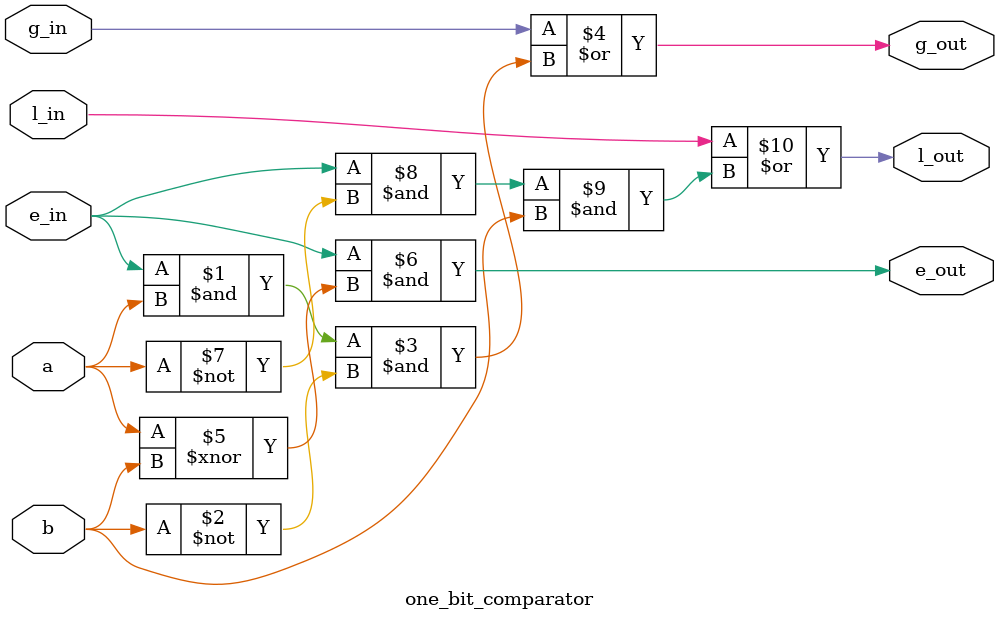
<source format=v>
module comparator #(parameter number_of_bits=4) (
    input [number_of_bits - 1:0] a,
    input [number_of_bits - 1:0] b,
    input g_in,
    input e_in,
    input l_in,
    output g_out,
    output e_out,
    output l_out);

    wire [number_of_bits :0] temp_g;
    wire [number_of_bits :0] temp_e;
    wire [number_of_bits :0] temp_l;

    assign temp_g[number_of_bits] = g_in;
    assign temp_e[number_of_bits] = e_in;
    assign temp_l[number_of_bits] = l_in;

    assign g_out = temp_g[0];
    assign e_out = temp_e[0];
    assign l_out = temp_l[0];

    genvar i ;

    generate
        for (i = number_of_bits - 1; i > -1; i = i - 1) 
        begin
            one_bit_comparator copm (a[i], b[i], temp_g[i + 1], temp_e[i + 1], temp_l[i + 1], temp_g[i], temp_e[i], temp_l[i]);
        end    
    endgenerate
endmodule

module one_bit_comparator (
    input a,
    input b,
    input g_in,
    input e_in,
    input l_in,
    output g_out,
    output e_out,
    output l_out);

    assign g_out = g_in | (e_in & a & ~b);
    assign e_out = e_in & (a ~^ b);
    assign l_out = l_in | (e_in & ~a & b);
endmodule
</source>
